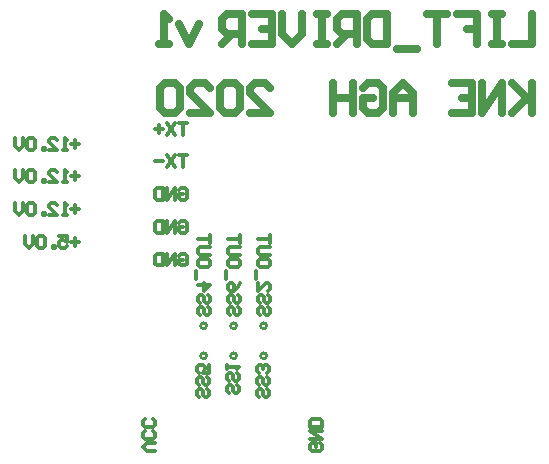
<source format=gbo>
G04*
G04 #@! TF.GenerationSoftware,Altium Limited,Altium Designer,20.0.13 (296)*
G04*
G04 Layer_Color=32896*
%FSLAX25Y25*%
%MOIN*%
G70*
G01*
G75*
%ADD11C,0.01000*%
%ADD72C,0.02500*%
%ADD88C,0.01200*%
D11*
X73900Y40000D02*
G03*
X73900Y40000I-1000J0D01*
G01*
Y50000D02*
G03*
X73900Y50000I-1000J0D01*
G01*
X83900Y40000D02*
G03*
X83900Y40000I-1000J0D01*
G01*
X93900D02*
G03*
X93900Y40000I-1000J0D01*
G01*
X83900Y50000D02*
G03*
X83900Y50000I-1000J0D01*
G01*
X93900D02*
G03*
X93900Y50000I-1000J0D01*
G01*
D72*
X182300Y153797D02*
Y143800D01*
X175636D01*
X172303Y153797D02*
X168971D01*
X170637D01*
Y143800D01*
X172303D01*
X168971D01*
X157308Y153797D02*
X163973D01*
Y148798D01*
X160640D01*
X163973D01*
Y143800D01*
X153976Y153797D02*
X147311D01*
X150644D01*
Y143800D01*
X143979Y142134D02*
X137314D01*
X133982Y153797D02*
Y143800D01*
X128984D01*
X127318Y145466D01*
Y152131D01*
X128984Y153797D01*
X133982D01*
X123986Y143800D02*
Y153797D01*
X118987D01*
X117321Y152131D01*
Y148798D01*
X118987Y147132D01*
X123986D01*
X120653D02*
X117321Y143800D01*
X113989Y153797D02*
X110656D01*
X112323D01*
Y143800D01*
X113989D01*
X110656D01*
X105658Y153797D02*
Y147132D01*
X102326Y143800D01*
X98994Y147132D01*
Y153797D01*
X88997D02*
X95661D01*
Y143800D01*
X88997D01*
X95661Y148798D02*
X92329D01*
X85665Y143800D02*
Y153797D01*
X80666D01*
X79000Y152131D01*
Y148798D01*
X80666Y147132D01*
X85665D01*
X82332D02*
X79000Y143800D01*
X182500Y130997D02*
Y121000D01*
Y124332D01*
X175836Y130997D01*
X180834Y125998D01*
X175836Y121000D01*
X172503D02*
Y130997D01*
X165839Y121000D01*
Y130997D01*
X155842D02*
X162506D01*
Y121000D01*
X155842D01*
X162506Y125998D02*
X159174D01*
X142513Y121000D02*
Y127664D01*
X139181Y130997D01*
X135848Y127664D01*
Y121000D01*
Y125998D01*
X142513D01*
X125852Y129331D02*
X127518Y130997D01*
X130850D01*
X132516Y129331D01*
Y122666D01*
X130850Y121000D01*
X127518D01*
X125852Y122666D01*
Y125998D01*
X129184D01*
X122519Y130997D02*
Y121000D01*
Y125998D01*
X115855D01*
Y130997D01*
Y121000D01*
X71474Y150464D02*
X68142Y143800D01*
X64810Y150464D01*
X61477Y143800D02*
X58145D01*
X59811D01*
Y153797D01*
X61477Y152131D01*
X88336Y121000D02*
X95000D01*
X88336Y127664D01*
Y129331D01*
X90002Y130997D01*
X93334D01*
X95000Y129331D01*
X85003D02*
X83337Y130997D01*
X80005D01*
X78339Y129331D01*
Y122666D01*
X80005Y121000D01*
X83337D01*
X85003Y122666D01*
Y129331D01*
X68342Y121000D02*
X75007D01*
X68342Y127664D01*
Y129331D01*
X70008Y130997D01*
X73340D01*
X75007Y129331D01*
X65010D02*
X63344Y130997D01*
X60011D01*
X58345Y129331D01*
Y122666D01*
X60011Y121000D01*
X63344D01*
X65010Y122666D01*
Y129331D01*
D88*
X31300Y77983D02*
X28634D01*
X29967Y79316D02*
Y76650D01*
X24635Y79982D02*
X27301D01*
Y77983D01*
X25968Y78649D01*
X25302D01*
X24635Y77983D01*
Y76650D01*
X25302Y75984D01*
X26635D01*
X27301Y76650D01*
X23303Y75984D02*
Y76650D01*
X22636D01*
Y75984D01*
X23303D01*
X19970Y79316D02*
X19304Y79982D01*
X17971D01*
X17304Y79316D01*
Y76650D01*
X17971Y75984D01*
X19304D01*
X19970Y76650D01*
Y79316D01*
X15972Y79982D02*
Y77316D01*
X14639Y75984D01*
X13306Y77316D01*
Y79982D01*
X31300Y88888D02*
X28634D01*
X29967Y90221D02*
Y87555D01*
X27301Y86889D02*
X25968D01*
X26635D01*
Y90888D01*
X27301Y90221D01*
X21303Y86889D02*
X23969D01*
X21303Y89555D01*
Y90221D01*
X21970Y90888D01*
X23303D01*
X23969Y90221D01*
X19970Y86889D02*
Y87555D01*
X19304D01*
Y86889D01*
X19970D01*
X16638Y90221D02*
X15972Y90888D01*
X14639D01*
X13972Y90221D01*
Y87555D01*
X14639Y86889D01*
X15972D01*
X16638Y87555D01*
Y90221D01*
X12639Y90888D02*
Y88222D01*
X11306Y86889D01*
X9974Y88222D01*
Y90888D01*
X31300Y99794D02*
X28634D01*
X29967Y101127D02*
Y98461D01*
X27301Y97795D02*
X25968D01*
X26635D01*
Y101793D01*
X27301Y101127D01*
X21303Y97795D02*
X23969D01*
X21303Y100460D01*
Y101127D01*
X21970Y101793D01*
X23303D01*
X23969Y101127D01*
X19970Y97795D02*
Y98461D01*
X19304D01*
Y97795D01*
X19970D01*
X16638Y101127D02*
X15972Y101793D01*
X14639D01*
X13972Y101127D01*
Y98461D01*
X14639Y97795D01*
X15972D01*
X16638Y98461D01*
Y101127D01*
X12639Y101793D02*
Y99127D01*
X11306Y97795D01*
X9974Y99127D01*
Y101793D01*
X31300Y110699D02*
X28634D01*
X29967Y112032D02*
Y109367D01*
X27301Y108700D02*
X25968D01*
X26635D01*
Y112699D01*
X27301Y112032D01*
X21303Y108700D02*
X23969D01*
X21303Y111366D01*
Y112032D01*
X21970Y112699D01*
X23303D01*
X23969Y112032D01*
X19970Y108700D02*
Y109367D01*
X19304D01*
Y108700D01*
X19970D01*
X16638Y112032D02*
X15972Y112699D01*
X14639D01*
X13972Y112032D01*
Y109367D01*
X14639Y108700D01*
X15972D01*
X16638Y109367D01*
Y112032D01*
X12639Y112699D02*
Y110033D01*
X11306Y108700D01*
X9974Y110033D01*
Y112699D01*
X64634Y73410D02*
X65301Y74077D01*
X66634D01*
X67300Y73410D01*
Y70744D01*
X66634Y70078D01*
X65301D01*
X64634Y70744D01*
Y72077D01*
X65967D01*
X63301Y70078D02*
Y74077D01*
X60636Y70078D01*
Y74077D01*
X59303D02*
Y70078D01*
X57303D01*
X56637Y70744D01*
Y73410D01*
X57303Y74077D01*
X59303D01*
X64634Y84316D02*
X65301Y84982D01*
X66634D01*
X67300Y84316D01*
Y81650D01*
X66634Y80984D01*
X65301D01*
X64634Y81650D01*
Y82983D01*
X65967D01*
X63301Y80984D02*
Y84982D01*
X60636Y80984D01*
Y84982D01*
X59303D02*
Y80984D01*
X57303D01*
X56637Y81650D01*
Y84316D01*
X57303Y84982D01*
X59303D01*
X64634Y95221D02*
X65301Y95888D01*
X66634D01*
X67300Y95221D01*
Y92555D01*
X66634Y91889D01*
X65301D01*
X64634Y92555D01*
Y93888D01*
X65967D01*
X63301Y91889D02*
Y95888D01*
X60636Y91889D01*
Y95888D01*
X59303D02*
Y91889D01*
X57303D01*
X56637Y92555D01*
Y95221D01*
X57303Y95888D01*
X59303D01*
X67300Y106793D02*
X64634D01*
X65967D01*
Y102795D01*
X63301Y106793D02*
X60636Y102795D01*
Y106793D02*
X63301Y102795D01*
X59303Y104794D02*
X56637D01*
X67300Y117699D02*
X64634D01*
X65967D01*
Y113700D01*
X63301Y117699D02*
X60636Y113700D01*
Y117699D02*
X63301Y113700D01*
X59303Y115699D02*
X56637D01*
X57970Y117032D02*
Y114366D01*
X56699Y8200D02*
X54033D01*
X52700Y9533D01*
X54033Y10866D01*
X56699D01*
X56032Y14864D02*
X56699Y14198D01*
Y12865D01*
X56032Y12199D01*
X53366D01*
X52700Y12865D01*
Y14198D01*
X53366Y14864D01*
X56032Y18863D02*
X56699Y18197D01*
Y16864D01*
X56032Y16197D01*
X53366D01*
X52700Y16864D01*
Y18197D01*
X53366Y18863D01*
X111532Y10866D02*
X112199Y10199D01*
Y8866D01*
X111532Y8200D01*
X108866D01*
X108200Y8866D01*
Y10199D01*
X108866Y10866D01*
X110199D01*
Y9533D01*
X108200Y12199D02*
X112199D01*
X108200Y14864D01*
X112199D01*
Y16197D02*
X108200D01*
Y18197D01*
X108866Y18863D01*
X111532D01*
X112199Y18197D01*
Y16197D01*
X74032Y28866D02*
X74699Y28199D01*
Y26866D01*
X74032Y26200D01*
X73366D01*
X72699Y26866D01*
Y28199D01*
X72033Y28866D01*
X71366D01*
X70700Y28199D01*
Y26866D01*
X71366Y26200D01*
X74032Y32864D02*
X74699Y32198D01*
Y30865D01*
X74032Y30199D01*
X73366D01*
X72699Y30865D01*
Y32198D01*
X72033Y32864D01*
X71366D01*
X70700Y32198D01*
Y30865D01*
X71366Y30199D01*
X74699Y36863D02*
Y34197D01*
X72699D01*
X73366Y35530D01*
Y36197D01*
X72699Y36863D01*
X71366D01*
X70700Y36197D01*
Y34864D01*
X71366Y34197D01*
X84032Y30199D02*
X84699Y29532D01*
Y28199D01*
X84032Y27533D01*
X83366D01*
X82699Y28199D01*
Y29532D01*
X82033Y30199D01*
X81366D01*
X80700Y29532D01*
Y28199D01*
X81366Y27533D01*
X84032Y34197D02*
X84699Y33531D01*
Y32198D01*
X84032Y31532D01*
X83366D01*
X82699Y32198D01*
Y33531D01*
X82033Y34197D01*
X81366D01*
X80700Y33531D01*
Y32198D01*
X81366Y31532D01*
X80700Y35530D02*
Y36863D01*
Y36197D01*
X84699D01*
X84032Y35530D01*
X94032Y28866D02*
X94699Y28199D01*
Y26866D01*
X94032Y26200D01*
X93366D01*
X92699Y26866D01*
Y28199D01*
X92033Y28866D01*
X91366D01*
X90700Y28199D01*
Y26866D01*
X91366Y26200D01*
X94032Y32864D02*
X94699Y32198D01*
Y30865D01*
X94032Y30199D01*
X93366D01*
X92699Y30865D01*
Y32198D01*
X92033Y32864D01*
X91366D01*
X90700Y32198D01*
Y30865D01*
X91366Y30199D01*
X94032Y34197D02*
X94699Y34864D01*
Y36197D01*
X94032Y36863D01*
X93366D01*
X92699Y36197D01*
Y35530D01*
Y36197D01*
X92033Y36863D01*
X91366D01*
X90700Y36197D01*
Y34864D01*
X91366Y34197D01*
X74199Y56366D02*
X74865Y55699D01*
Y54366D01*
X74199Y53700D01*
X73532D01*
X72866Y54366D01*
Y55699D01*
X72199Y56366D01*
X71533D01*
X70866Y55699D01*
Y54366D01*
X71533Y53700D01*
X74199Y60365D02*
X74865Y59698D01*
Y58365D01*
X74199Y57699D01*
X73532D01*
X72866Y58365D01*
Y59698D01*
X72199Y60365D01*
X71533D01*
X70866Y59698D01*
Y58365D01*
X71533Y57699D01*
X70866Y63697D02*
X74865D01*
X72866Y61697D01*
Y64363D01*
X70200Y65696D02*
Y68362D01*
X74865Y71694D02*
Y70361D01*
X74199Y69695D01*
X71533D01*
X70866Y70361D01*
Y71694D01*
X71533Y72361D01*
X74199D01*
X74865Y71694D01*
Y73694D02*
X71533D01*
X70866Y74360D01*
Y75693D01*
X71533Y76359D01*
X74865D01*
Y77692D02*
Y80358D01*
Y79025D01*
X70866D01*
X84199Y56366D02*
X84865Y55699D01*
Y54366D01*
X84199Y53700D01*
X83532D01*
X82866Y54366D01*
Y55699D01*
X82199Y56366D01*
X81533D01*
X80866Y55699D01*
Y54366D01*
X81533Y53700D01*
X84199Y60365D02*
X84865Y59698D01*
Y58365D01*
X84199Y57699D01*
X83532D01*
X82866Y58365D01*
Y59698D01*
X82199Y60365D01*
X81533D01*
X80866Y59698D01*
Y58365D01*
X81533Y57699D01*
X84865Y64363D02*
X84199Y63030D01*
X82866Y61697D01*
X81533D01*
X80866Y62364D01*
Y63697D01*
X81533Y64363D01*
X82199D01*
X82866Y63697D01*
Y61697D01*
X80200Y65696D02*
Y68362D01*
X84865Y71694D02*
Y70361D01*
X84199Y69695D01*
X81533D01*
X80866Y70361D01*
Y71694D01*
X81533Y72361D01*
X84199D01*
X84865Y71694D01*
Y73694D02*
X81533D01*
X80866Y74360D01*
Y75693D01*
X81533Y76359D01*
X84865D01*
Y77692D02*
Y80358D01*
Y79025D01*
X80866D01*
X94199Y56366D02*
X94865Y55699D01*
Y54366D01*
X94199Y53700D01*
X93532D01*
X92866Y54366D01*
Y55699D01*
X92199Y56366D01*
X91533D01*
X90866Y55699D01*
Y54366D01*
X91533Y53700D01*
X94199Y60365D02*
X94865Y59698D01*
Y58365D01*
X94199Y57699D01*
X93532D01*
X92866Y58365D01*
Y59698D01*
X92199Y60365D01*
X91533D01*
X90866Y59698D01*
Y58365D01*
X91533Y57699D01*
X90866Y64363D02*
Y61697D01*
X93532Y64363D01*
X94199D01*
X94865Y63697D01*
Y62364D01*
X94199Y61697D01*
X90200Y65696D02*
Y68362D01*
X94865Y71694D02*
Y70361D01*
X94199Y69695D01*
X91533D01*
X90866Y70361D01*
Y71694D01*
X91533Y72361D01*
X94199D01*
X94865Y71694D01*
Y73694D02*
X91533D01*
X90866Y74360D01*
Y75693D01*
X91533Y76359D01*
X94865D01*
Y77692D02*
Y80358D01*
Y79025D01*
X90866D01*
M02*

</source>
